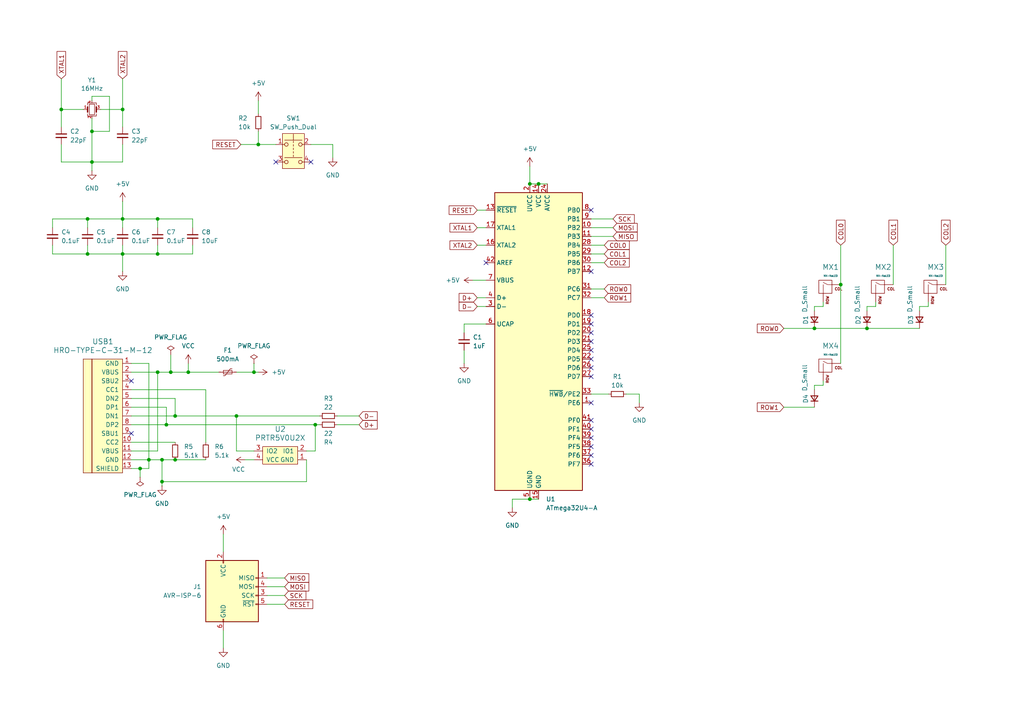
<source format=kicad_sch>
(kicad_sch (version 20250114) (generator "eeschema") (generator_version "9.0")
  (paper "A4")
  (lib_symbols
    (symbol "Connector:AVR-ISP-6" (pin_names (offset 1.016))
      (property "Reference" "J" (at -6.35 11.43 0))
      (property "Value" "AVR-ISP-6" (at 0 11.43 0))
      (symbol "AVR-ISP-6_0_1"
        (rectangle (start -2.667 10.16) (end -2.413 9.398))
        (rectangle (start -2.667 -6.858) (end -2.413 -7.62))
        (rectangle (start 7.62 10.16) (end -7.62 -7.62) (stroke (width 0.254)) (fill (type background)))
        (rectangle (start 7.62 5.207) (end 6.858 4.953))
        (rectangle (start 7.62 2.667) (end 6.858 2.413))
        (rectangle (start 7.62 0.127) (end 6.858 -0.127))
        (rectangle (start 7.62 -2.413) (end 6.858 -2.667))
      )
      (symbol "AVR-ISP-6_1_1"
        (pin passive line (at -2.54 12.7 270) (length 2.54) (name "VCC") (number "2"))
        (pin passive line (at -2.54 -10.16 90) (length 2.54) (name "GND") (number "6"))
        (pin passive line (at 10.16 5.08 180) (length 2.54) (name "MISO") (number "1"))
        (pin passive line (at 10.16 2.54 180) (length 2.54) (name "MOSI") (number "4"))
        (pin passive line (at 10.16 0 180) (length 2.54) (name "SCK") (number "3"))
        (pin passive line (at 10.16 -2.54 180) (length 2.54) (name "~{RST}") (number "5"))
      )
    )
    (symbol "Device:C_Small" (pin_numbers (hide yes)) (pin_names (offset 0.254) (hide yes))
      (property "Reference" "C" (at 0.254 1.778 0))
      (property "Value" "C_Small" (at 0.254 -2.032 0))
      (symbol "C_Small_0_1"
        (polyline (pts (xy -1.524 0.508) (xy 1.524 0.508)) (stroke (width 0.3048)))
        (polyline (pts (xy -1.524 -0.508) (xy 1.524 -0.508)) (stroke (width 0.3302)))
      )
      (symbol "C_Small_1_1"
        (pin passive line (at 0 2.54 270) (length 2.032) (name "~") (number "1"))
        (pin passive line (at 0 -2.54 90) (length 2.032) (name "~") (number "2"))
      )
    )
    (symbol "Device:Crystal_GND24_Small" (pin_names (offset 1.016) (hide yes))
      (property "Reference" "Y" (at 1.27 4.445 0))
      (property "Value" "Crystal_GND24_Small" (at 1.27 2.54 0))
      (symbol "Crystal_GND24_Small_0_1"
        (polyline (pts (xy -1.27 1.27) (xy -1.27 1.905) (xy 1.27 1.905) (xy 1.27 1.27)))
        (polyline (pts (xy -1.27 -0.762) (xy -1.27 0.762)) (stroke (width 0.381)))
        (polyline (pts (xy -1.27 -1.27) (xy -1.27 -1.905) (xy 1.27 -1.905) (xy 1.27 -1.27)))
        (rectangle (start -0.762 -1.524) (end 0.762 1.524))
        (polyline (pts (xy 1.27 -0.762) (xy 1.27 0.762)) (stroke (width 0.381)))
      )
      (symbol "Crystal_GND24_Small_1_1"
        (pin passive line (at -2.54 0 0) (length 1.27) (name "1") (number "1"))
        (pin passive line (at 0 2.54 270) (length 0.635) (name "4") (number "4"))
        (pin passive line (at 0 -2.54 90) (length 0.635) (name "2") (number "2"))
        (pin passive line (at 2.54 0 180) (length 1.27) (name "3") (number "3"))
      )
    )
    (symbol "Device:D_Small" (pin_numbers (hide yes)) (pin_names (offset 0.254) (hide yes))
      (property "Reference" "D" (at -1.27 2.032 0))
      (property "Value" "D_Small" (at -3.81 -2.032 0))
      (symbol "D_Small_0_1"
        (polyline (pts (xy -0.762 0) (xy 0.762 0)))
        (polyline (pts (xy -0.762 -1.016) (xy -0.762 1.016)) (stroke (width 0.254)))
        (polyline (pts (xy 0.762 -1.016) (xy -0.762 0) (xy 0.762 1.016) (xy 0.762 -1.016)) (stroke (width 0.254)))
      )
      (symbol "D_Small_1_1"
        (pin passive line (at -2.54 0 0) (length 1.778) (name "K") (number "1"))
        (pin passive line (at 2.54 0 180) (length 1.778) (name "A") (number "2"))
      )
    )
    (symbol "Device:Polyfuse_Small" (pin_numbers (hide yes)) (pin_names (offset 0))
      (property "Reference" "F" (at -1.905 0 90))
      (property "Value" "Polyfuse_Small" (at 1.905 0 90))
      (symbol "Polyfuse_Small_0_1"
        (polyline (pts (xy -1.016 1.27) (xy -1.016 0.762) (xy 1.016 -0.762) (xy 1.016 -1.27)))
        (rectangle (start -0.508 1.27) (end 0.508 -1.27))
        (polyline (pts (xy 0 2.54) (xy 0 -2.54)))
      )
      (symbol "Polyfuse_Small_1_1"
        (pin passive line (at 0 2.54 270) (length 0.635) (name "~") (number "1"))
        (pin passive line (at 0 -2.54 90) (length 0.635) (name "~") (number "2"))
      )
    )
    (symbol "Device:R_Small" (pin_numbers (hide yes)) (pin_names (offset 0.254) (hide yes))
      (property "Reference" "R" (at 0.762 0.508 0))
      (property "Value" "R_Small" (at 0.762 -1.016 0))
      (symbol "R_Small_0_1"
        (rectangle (start -0.762 1.778) (end 0.762 -1.778) (stroke (width 0.2032)))
      )
      (symbol "R_Small_1_1"
        (pin passive line (at 0 2.54 270) (length 0.762) (name "~") (number "1"))
        (pin passive line (at 0 -2.54 90) (length 0.762) (name "~") (number "2"))
      )
    )
    (symbol "MCU_Microchip_ATmega:ATmega32U4-A"
      (property "Reference" "U" (at -12.7 44.45 0))
      (property "Value" "ATmega32U4-A" (at 2.54 -44.45 0))
      (symbol "ATmega32U4-A_0_1"
        (rectangle (start -12.7 -43.18) (end 12.7 43.18) (stroke (width 0.254)) (fill (type background)))
      )
      (symbol "ATmega32U4-A_1_1"
        (pin input line (at -15.24 38.1 0) (length 2.54) (name "~{RESET}") (number "13"))
        (pin input line (at -15.24 33.02 0) (length 2.54) (name "XTAL1") (number "17"))
        (pin output line (at -15.24 27.94 0) (length 2.54) (name "XTAL2") (number "16"))
        (pin passive line (at -15.24 22.86 0) (length 2.54) (name "AREF") (number "42"))
        (pin input line (at -15.24 17.78 0) (length 2.54) (name "VBUS") (number "7"))
        (pin bidirectional line (at -15.24 12.7 0) (length 2.54) (name "D+") (number "4"))
        (pin bidirectional line (at -15.24 10.16 0) (length 2.54) (name "D-") (number "3"))
        (pin passive line (at -15.24 5.08 0) (length 2.54) (name "UCAP") (number "6"))
        (pin power_in line (at -2.54 45.72 270) (length 2.54) (name "UVCC") (number "2"))
        (pin passive line (at -2.54 -45.72 90) (length 2.54) (name "UGND") (number "5"))
        (pin power_in line (at 0 45.72 270) (length 2.54) (name "VCC") (number "14"))
        (pin passive line (at 0 45.72 270) (length 2.54) (hide yes) (name "VCC") (number "34"))
        (pin power_in line (at 0 -45.72 90) (length 2.54) (name "GND") (number "15"))
        (pin passive line (at 0 -45.72 90) (length 2.54) (hide yes) (name "GND") (number "23"))
        (pin passive line (at 0 -45.72 90) (length 2.54) (hide yes) (name "GND") (number "35"))
        (pin passive line (at 0 -45.72 90) (length 2.54) (hide yes) (name "GND") (number "43"))
        (pin power_in line (at 2.54 45.72 270) (length 2.54) (name "AVCC") (number "24"))
        (pin passive line (at 2.54 45.72 270) (length 2.54) (hide yes) (name "AVCC") (number "44"))
        (pin bidirectional line (at 15.24 38.1 180) (length 2.54) (name "PB0") (number "8"))
        (pin bidirectional line (at 15.24 35.56 180) (length 2.54) (name "PB1") (number "9"))
        (pin bidirectional line (at 15.24 33.02 180) (length 2.54) (name "PB2") (number "10"))
        (pin bidirectional line (at 15.24 30.48 180) (length 2.54) (name "PB3") (number "11"))
        (pin bidirectional line (at 15.24 27.94 180) (length 2.54) (name "PB4") (number "28"))
        (pin bidirectional line (at 15.24 25.4 180) (length 2.54) (name "PB5") (number "29"))
        (pin bidirectional line (at 15.24 22.86 180) (length 2.54) (name "PB6") (number "30"))
        (pin bidirectional line (at 15.24 20.32 180) (length 2.54) (name "PB7") (number "12"))
        (pin bidirectional line (at 15.24 15.24 180) (length 2.54) (name "PC6") (number "31"))
        (pin bidirectional line (at 15.24 12.7 180) (length 2.54) (name "PC7") (number "32"))
        (pin bidirectional line (at 15.24 7.62 180) (length 2.54) (name "PD0") (number "18"))
        (pin bidirectional line (at 15.24 5.08 180) (length 2.54) (name "PD1") (number "19"))
        (pin bidirectional line (at 15.24 2.54 180) (length 2.54) (name "PD2") (number "20"))
        (pin bidirectional line (at 15.24 0 180) (length 2.54) (name "PD3") (number "21"))
        (pin bidirectional line (at 15.24 -2.54 180) (length 2.54) (name "PD4") (number "25"))
        (pin bidirectional line (at 15.24 -5.08 180) (length 2.54) (name "PD5") (number "22"))
        (pin bidirectional line (at 15.24 -7.62 180) (length 2.54) (name "PD6") (number "26"))
        (pin bidirectional line (at 15.24 -10.16 180) (length 2.54) (name "PD7") (number "27"))
        (pin bidirectional line (at 15.24 -15.24 180) (length 2.54) (name "~{HWB}/PE2") (number "33"))
        (pin bidirectional line (at 15.24 -17.78 180) (length 2.54) (name "PE6") (number "1"))
        (pin bidirectional line (at 15.24 -22.86 180) (length 2.54) (name "PF0") (number "41"))
        (pin bidirectional line (at 15.24 -25.4 180) (length 2.54) (name "PF1") (number "40"))
        (pin bidirectional line (at 15.24 -27.94 180) (length 2.54) (name "PF4") (number "39"))
        (pin bidirectional line (at 15.24 -30.48 180) (length 2.54) (name "PF5") (number "38"))
        (pin bidirectional line (at 15.24 -33.02 180) (length 2.54) (name "PF6") (number "37"))
        (pin bidirectional line (at 15.24 -35.56 180) (length 2.54) (name "PF7") (number "36"))
      )
    )
    (symbol "MX_Alps_Hybrid:MX-NoLED" (pin_names (offset 1.016))
      (property "Reference" "MX" (at -0.635 3.81 0))
      (property "Value" "MX-NoLED" (at -0.635 1.27 0))
      (symbol "MX-NoLED_0_0"
        (rectangle (start -2.54 2.54) (end 1.27 -1.27))
        (polyline (pts (xy -1.27 -1.27) (xy -1.27 1.27)) (stroke (width 0.127)))
        (polyline (pts (xy 1.27 1.27) (xy 0 1.27) (xy -1.27 1.905)) (stroke (width 0.127)))
        (text "ROW" (at 0 -1.905 900) (effects (font (size 0.762 0.762)) (justify right)))
        (text "COL" (at 3.175 0 0) (effects (font (size 0.762 0.762))))
      )
      (symbol "MX-NoLED_1_1"
        (pin passive line (at -1.27 -3.81 90) (length 2.54) (name "ROW") (number "2"))
        (pin passive line (at 3.81 1.27 180) (length 2.54) (name "COL") (number "1"))
      )
    )
    (symbol "Switch:SW_Push_Dual" (pin_names (offset 1.016) (hide yes))
      (property "Reference" "SW" (at 0 7.62 0))
      (property "Value" "SW_Push_Dual" (at 0 -6.35 0))
      (symbol "SW_Push_Dual_0_1"
        (circle (center -2.032 2.54) (radius 0.508))
        (circle (center -2.032 -2.54) (radius 0.508))
        (polyline (pts (xy 0 3.81) (xy 0 5.588)))
        (polyline (pts (xy 0 3.048) (xy 0 3.556)))
        (polyline (pts (xy 0 2.032) (xy 0 2.54)))
        (polyline (pts (xy 0 1.016) (xy 0 1.524)))
        (polyline (pts (xy 0 0.508) (xy 0 0)))
        (polyline (pts (xy 0 -0.508) (xy 0 -1.016)))
        (circle (center 2.032 2.54) (radius 0.508))
        (circle (center 2.032 -2.54) (radius 0.508))
        (polyline (pts (xy 2.54 3.81) (xy -2.54 3.81)))
        (polyline (pts (xy 2.54 -1.27) (xy -2.54 -1.27)))
        (pin passive line (at -5.08 2.54 0) (length 2.54) (name "1") (number "1"))
        (pin passive line (at -5.08 -2.54 0) (length 2.54) (name "3") (number "3"))
        (pin passive line (at 5.08 2.54 180) (length 2.54) (name "2") (number "2"))
        (pin passive line (at 5.08 -2.54 180) (length 2.54) (name "4") (number "4"))
      )
      (symbol "SW_Push_Dual_1_1"
        (rectangle (start -3.175 5.715) (end 3.175 -4.445) (fill (type background)))
      )
    )
    (symbol "Type-C:HRO-TYPE-C-31-M-12" (pin_names (offset 1.016))
      (property "Reference" "USB" (at -5.08 16.51 0))
      (property "Value" "HRO-TYPE-C-31-M-12" (at -10.16 -1.27 90))
      (symbol "HRO-TYPE-C-31-M-12_0_1"
        (rectangle (start -11.43 15.24) (end -8.89 -17.78) (fill (type background)))
        (rectangle (start 0 -17.78) (end -8.89 15.24) (fill (type background)))
      )
      (symbol "HRO-TYPE-C-31-M-12_1_1"
        (pin input line (at 2.54 13.97 180) (length 2.54) (name "GND") (number "1"))
        (pin input line (at 2.54 11.43 180) (length 2.54) (name "VBUS") (number "2"))
        (pin input line (at 2.54 8.89 180) (length 2.54) (name "SBU2") (number "3"))
        (pin input line (at 2.54 6.35 180) (length 2.54) (name "CC1") (number "4"))
        (pin input line (at 2.54 3.81 180) (length 2.54) (name "DN2") (number "5"))
        (pin input line (at 2.54 1.27 180) (length 2.54) (name "DP1") (number "6"))
        (pin input line (at 2.54 -1.27 180) (length 2.54) (name "DN1") (number "7"))
        (pin input line (at 2.54 -3.81 180) (length 2.54) (name "DP2") (number "8"))
        (pin input line (at 2.54 -6.35 180) (length 2.54) (name "SBU1") (number "9"))
        (pin input line (at 2.54 -8.89 180) (length 2.54) (name "CC2") (number "10"))
        (pin input line (at 2.54 -11.43 180) (length 2.54) (name "VBUS") (number "11"))
        (pin input line (at 2.54 -13.97 180) (length 2.54) (name "GND") (number "12"))
        (pin input line (at 2.54 -16.51 180) (length 2.54) (name "SHIELD") (number "13"))
      )
    )
    (symbol "power:+5V" (power) (pin_numbers (hide yes)) (pin_names (offset 0) (hide yes))
      (property "Value" "+5V" (at 0 3.556 0))
      (symbol "+5V_0_1"
        (polyline (pts (xy -0.762 1.27) (xy 0 2.54)))
        (polyline (pts (xy 0 2.54) (xy 0.762 1.27)))
        (polyline (pts (xy 0 0) (xy 0 2.54)))
      )
      (symbol "+5V_1_1"
        (pin power_in line (at 0 0 90) (length 0) (name "~") (number "1"))
      )
    )
    (symbol "power:GND" (power) (pin_numbers (hide yes)) (pin_names (offset 0) (hide yes))
      (property "Value" "GND" (at 0 -3.81 0))
      (symbol "GND_0_1"
        (polyline (pts (xy 0 0) (xy 0 -1.27) (xy 1.27 -1.27) (xy 0 -2.54) (xy -1.27 -1.27) (xy 0 -1.27)))
      )
      (symbol "GND_1_1"
        (pin power_in line (at 0 0 270) (length 0) (name "~") (number "1"))
      )
    )
    (symbol "power:PWR_FLAG" (power) (pin_numbers (hide yes)) (pin_names (offset 0) (hide yes))
      (property "Value" "PWR_FLAG" (at 0 3.81 0))
      (symbol "PWR_FLAG_0_0"
        (pin power_out line (at 0 0 90) (length 0) (name "~") (number "1"))
      )
      (symbol "PWR_FLAG_0_1"
        (polyline (pts (xy 0 0) (xy 0 1.27) (xy -1.016 1.905) (xy 0 2.54) (xy 1.016 1.905) (xy 0 1.27)))
      )
    )
    (symbol "power:VCC" (power) (pin_numbers (hide yes)) (pin_names (offset 0) (hide yes))
      (property "Value" "VCC" (at 0 3.556 0))
      (symbol "VCC_0_1"
        (polyline (pts (xy -0.762 1.27) (xy 0 2.54)))
        (polyline (pts (xy 0 2.54) (xy 0.762 1.27)))
        (polyline (pts (xy 0 0) (xy 0 2.54)))
      )
      (symbol "VCC_1_1"
        (pin power_in line (at 0 0 90) (length 0) (name "~") (number "1"))
      )
    )
    (symbol "random-keyboard-parts:PRTR5V0U2X" (pin_names (offset 1.016))
      (property "Reference" "U" (at 0 3.81 0))
      (property "Value" "PRTR5V0U2X" (at 0 -3.81 0))
      (symbol "PRTR5V0U2X_0_1"
        (rectangle (start -5.08 2.54) (end 5.08 -2.54) (fill (type background)))
      )
      (symbol "PRTR5V0U2X_1_1"
        (pin input line (at -7.62 1.27 0) (length 2.54) (name "GND") (number "1"))
        (pin input line (at -7.62 -1.27 0) (length 2.54) (name "IO1") (number "2"))
        (pin input line (at 7.62 1.27 180) (length 2.54) (name "VCC") (number "4"))
        (pin input line (at 7.62 -1.27 180) (length 2.54) (name "IO2") (number "3"))
      )
    )
  )
  (junction (at 46.99 139.7))
  (junction (at 251.46 95.25))
  (junction (at 156.21 53.34))
  (junction (at 35.56 31.75))
  (junction (at 46.99 133.35))
  (junction (at 68.58 120.65))
  (junction (at 35.56 73.66))
  (junction (at 45.72 107.95))
  (junction (at 74.93 41.91))
  (junction (at 17.78 31.75))
  (junction (at 43.18 133.35))
  (junction (at 45.72 73.66))
  (junction (at 91.44 123.19))
  (junction (at 26.67 38.1))
  (junction (at 25.4 63.5))
  (junction (at 153.67 144.78))
  (junction (at 40.64 135.89))
  (junction (at 45.72 63.5))
  (junction (at 35.56 63.5))
  (junction (at 50.8 120.65))
  (junction (at 236.22 95.25))
  (junction (at 73.66 107.95))
  (junction (at 50.8 133.35))
  (junction (at 153.67 53.34))
  (junction (at 48.26 123.19))
  (junction (at 243.84 82.55))
  (junction (at 26.67 46.99))
  (junction (at 25.4 73.66))
  (junction (at 54.61 107.95))
  (junction (at 49.53 107.95))
  (no_connect (at 171.45 91.44))
  (no_connect (at 38.1 125.73))
  (no_connect (at 171.45 116.84))
  (no_connect (at 171.45 129.54))
  (no_connect (at 171.45 78.74))
  (no_connect (at 171.45 60.96))
  (no_connect (at 90.17 46.99))
  (no_connect (at 171.45 127))
  (no_connect (at 171.45 101.6))
  (no_connect (at 171.45 96.52))
  (no_connect (at 80.01 46.99))
  (no_connect (at 171.45 121.92))
  (no_connect (at 171.45 106.68))
  (no_connect (at 171.45 134.62))
  (no_connect (at 140.97 76.2))
  (no_connect (at 171.45 99.06))
  (no_connect (at 171.45 93.98))
  (no_connect (at 171.45 124.46))
  (no_connect (at 171.45 132.08))
  (no_connect (at 171.45 104.14))
  (no_connect (at 171.45 109.22))
  (no_connect (at 38.1 110.49))
  (wire (pts (xy 91.44 130.81) (xy 91.44 123.19)))
  (wire (pts (xy 45.72 63.5) (xy 35.56 63.5)))
  (wire (pts (xy 38.1 118.11) (xy 48.26 118.11)))
  (wire (pts (xy 45.72 66.04) (xy 45.72 63.5)))
  (wire (pts (xy 153.67 144.78) (xy 156.21 144.78)))
  (wire (pts (xy 97.79 120.65) (xy 104.14 120.65)))
  (wire (pts (xy 77.47 170.18) (xy 82.55 170.18)))
  (wire (pts (xy 55.88 71.12) (xy 55.88 73.66)))
  (wire (pts (xy 77.47 167.64) (xy 82.55 167.64)))
  (wire (pts (xy 96.52 41.91) (xy 96.52 45.72)))
  (wire (pts (xy 38.1 107.95) (xy 45.72 107.95)))
  (wire (pts (xy 227.33 95.25) (xy 236.22 95.25)))
  (wire (pts (xy 185.42 114.3) (xy 185.42 116.84)))
  (wire (pts (xy 31.75 38.1) (xy 26.67 38.1)))
  (wire (pts (xy 26.67 38.1) (xy 26.67 46.99)))
  (wire (pts (xy 68.58 120.65) (xy 92.71 120.65)))
  (wire (pts (xy 35.56 73.66) (xy 35.56 78.74)))
  (wire (pts (xy 45.72 71.12) (xy 45.72 73.66)))
  (wire (pts (xy 236.22 95.25) (xy 251.46 95.25)))
  (wire (pts (xy 137.16 81.28) (xy 140.97 81.28)))
  (wire (pts (xy 71.12 133.35) (xy 73.66 133.35)))
  (wire (pts (xy 45.72 107.95) (xy 49.53 107.95)))
  (wire (pts (xy 45.72 107.95) (xy 45.72 130.81)))
  (wire (pts (xy 171.45 86.36) (xy 175.26 86.36)))
  (wire (pts (xy 88.9 133.35) (xy 88.9 139.7)))
  (wire (pts (xy 55.88 73.66) (xy 45.72 73.66)))
  (wire (pts (xy 243.84 82.55) (xy 243.84 105.41)))
  (wire (pts (xy 15.24 71.12) (xy 15.24 73.66)))
  (wire (pts (xy 64.77 182.88) (xy 64.77 187.96)))
  (wire (pts (xy 138.43 66.04) (xy 140.97 66.04)))
  (wire (pts (xy 38.1 120.65) (xy 50.8 120.65)))
  (wire (pts (xy 97.79 123.19) (xy 104.14 123.19)))
  (wire (pts (xy 45.72 73.66) (xy 35.56 73.66)))
  (wire (pts (xy 49.53 107.95) (xy 54.61 107.95)))
  (wire (pts (xy 259.08 71.12) (xy 259.08 82.55)))
  (wire (pts (xy 43.18 133.35) (xy 46.99 133.35)))
  (wire (pts (xy 91.44 123.19) (xy 92.71 123.19)))
  (wire (pts (xy 238.76 88.9) (xy 236.22 88.9)))
  (wire (pts (xy 38.1 105.41) (xy 43.18 105.41)))
  (wire (pts (xy 46.99 133.35) (xy 46.99 139.7)))
  (wire (pts (xy 26.67 27.94) (xy 31.75 27.94)))
  (wire (pts (xy 38.1 123.19) (xy 48.26 123.19)))
  (wire (pts (xy 17.78 46.99) (xy 26.67 46.99)))
  (wire (pts (xy 238.76 110.49) (xy 238.76 111.76)))
  (wire (pts (xy 55.88 66.04) (xy 55.88 63.5)))
  (wire (pts (xy 88.9 139.7) (xy 46.99 139.7)))
  (wire (pts (xy 17.78 22.86) (xy 17.78 31.75)))
  (wire (pts (xy 238.76 87.63) (xy 238.76 88.9)))
  (wire (pts (xy 25.4 73.66) (xy 35.56 73.66)))
  (wire (pts (xy 254 88.9) (xy 251.46 88.9)))
  (wire (pts (xy 251.46 88.9) (xy 251.46 90.17)))
  (wire (pts (xy 181.61 114.3) (xy 185.42 114.3)))
  (wire (pts (xy 15.24 73.66) (xy 25.4 73.66)))
  (wire (pts (xy 266.7 88.9) (xy 266.7 90.17)))
  (wire (pts (xy 50.8 120.65) (xy 68.58 120.65)))
  (wire (pts (xy 45.72 130.81) (xy 38.1 130.81)))
  (wire (pts (xy 69.85 41.91) (xy 74.93 41.91)))
  (wire (pts (xy 50.8 133.35) (xy 59.69 133.35)))
  (wire (pts (xy 138.43 88.9) (xy 140.97 88.9)))
  (wire (pts (xy 77.47 172.72) (xy 82.55 172.72)))
  (wire (pts (xy 43.18 105.41) (xy 43.18 133.35)))
  (wire (pts (xy 17.78 41.91) (xy 17.78 46.99)))
  (wire (pts (xy 171.45 66.04) (xy 177.8 66.04)))
  (wire (pts (xy 49.53 102.87) (xy 49.53 107.95)))
  (wire (pts (xy 46.99 139.7) (xy 46.99 140.97)))
  (wire (pts (xy 171.45 76.2) (xy 175.26 76.2)))
  (wire (pts (xy 171.45 63.5) (xy 177.8 63.5)))
  (wire (pts (xy 48.26 118.11) (xy 48.26 123.19)))
  (wire (pts (xy 48.26 123.19) (xy 91.44 123.19)))
  (wire (pts (xy 274.32 71.12) (xy 274.32 82.55)))
  (wire (pts (xy 35.56 63.5) (xy 25.4 63.5)))
  (wire (pts (xy 31.75 27.94) (xy 31.75 38.1)))
  (wire (pts (xy 54.61 107.95) (xy 63.5 107.95)))
  (wire (pts (xy 25.4 63.5) (xy 25.4 66.04)))
  (wire (pts (xy 24.13 31.75) (xy 17.78 31.75)))
  (wire (pts (xy 269.24 88.9) (xy 266.7 88.9)))
  (wire (pts (xy 73.66 107.95) (xy 74.93 107.95)))
  (wire (pts (xy 171.45 68.58) (xy 177.8 68.58)))
  (wire (pts (xy 236.22 111.76) (xy 236.22 113.03)))
  (wire (pts (xy 74.93 29.21) (xy 74.93 33.02)))
  (wire (pts (xy 251.46 95.25) (xy 266.7 95.25)))
  (wire (pts (xy 26.67 34.29) (xy 26.67 38.1)))
  (wire (pts (xy 153.67 48.26) (xy 153.67 53.34)))
  (wire (pts (xy 134.62 101.6) (xy 134.62 105.41)))
  (wire (pts (xy 25.4 63.5) (xy 15.24 63.5)))
  (wire (pts (xy 243.84 71.12) (xy 243.84 82.55)))
  (wire (pts (xy 43.18 135.89) (xy 40.64 135.89)))
  (wire (pts (xy 59.69 113.03) (xy 59.69 128.27)))
  (wire (pts (xy 35.56 73.66) (xy 35.56 71.12)))
  (wire (pts (xy 46.99 133.35) (xy 50.8 133.35)))
  (wire (pts (xy 138.43 60.96) (xy 140.97 60.96)))
  (wire (pts (xy 148.59 144.78) (xy 148.59 147.32)))
  (wire (pts (xy 38.1 128.27) (xy 50.8 128.27)))
  (wire (pts (xy 50.8 115.57) (xy 50.8 120.65)))
  (wire (pts (xy 153.67 144.78) (xy 148.59 144.78)))
  (wire (pts (xy 77.47 175.26) (xy 82.55 175.26)))
  (wire (pts (xy 68.58 130.81) (xy 68.58 120.65)))
  (wire (pts (xy 17.78 31.75) (xy 17.78 36.83)))
  (wire (pts (xy 26.67 46.99) (xy 26.67 49.53)))
  (wire (pts (xy 138.43 71.12) (xy 140.97 71.12)))
  (wire (pts (xy 269.24 87.63) (xy 269.24 88.9)))
  (wire (pts (xy 38.1 113.03) (xy 59.69 113.03)))
  (wire (pts (xy 38.1 133.35) (xy 43.18 133.35)))
  (wire (pts (xy 68.58 107.95) (xy 73.66 107.95)))
  (wire (pts (xy 43.18 133.35) (xy 43.18 135.89)))
  (wire (pts (xy 88.9 130.81) (xy 91.44 130.81)))
  (wire (pts (xy 35.56 58.42) (xy 35.56 63.5)))
  (wire (pts (xy 236.22 88.9) (xy 236.22 90.17)))
  (wire (pts (xy 35.56 22.86) (xy 35.56 31.75)))
  (wire (pts (xy 40.64 135.89) (xy 38.1 135.89)))
  (wire (pts (xy 29.21 31.75) (xy 35.56 31.75)))
  (wire (pts (xy 80.01 41.91) (xy 74.93 41.91)))
  (wire (pts (xy 138.43 86.36) (xy 140.97 86.36)))
  (wire (pts (xy 238.76 111.76) (xy 236.22 111.76)))
  (wire (pts (xy 73.66 105.41) (xy 73.66 107.95)))
  (wire (pts (xy 74.93 41.91) (xy 74.93 38.1)))
  (wire (pts (xy 140.97 93.98) (xy 134.62 93.98)))
  (wire (pts (xy 38.1 115.57) (xy 50.8 115.57)))
  (wire (pts (xy 26.67 29.21) (xy 26.67 27.94)))
  (wire (pts (xy 26.67 46.99) (xy 35.56 46.99)))
  (wire (pts (xy 153.67 53.34) (xy 156.21 53.34)))
  (wire (pts (xy 171.45 83.82) (xy 175.26 83.82)))
  (wire (pts (xy 227.33 118.11) (xy 236.22 118.11)))
  (wire (pts (xy 171.45 71.12) (xy 175.26 71.12)))
  (wire (pts (xy 40.64 135.89) (xy 40.64 138.43)))
  (wire (pts (xy 171.45 114.3) (xy 176.53 114.3)))
  (wire (pts (xy 73.66 130.81) (xy 68.58 130.81)))
  (wire (pts (xy 35.56 66.04) (xy 35.56 63.5)))
  (wire (pts (xy 156.21 53.34) (xy 158.75 53.34)))
  (wire (pts (xy 54.61 105.41) (xy 54.61 107.95)))
  (wire (pts (xy 55.88 63.5) (xy 45.72 63.5)))
  (wire (pts (xy 35.56 41.91) (xy 35.56 46.99)))
  (wire (pts (xy 90.17 41.91) (xy 96.52 41.91)))
  (wire (pts (xy 254 87.63) (xy 254 88.9)))
  (wire (pts (xy 25.4 71.12) (xy 25.4 73.66)))
  (wire (pts (xy 171.45 73.66) (xy 175.26 73.66)))
  (wire (pts (xy 134.62 93.98) (xy 134.62 96.52)))
  (wire (pts (xy 64.77 154.94) (xy 64.77 160.02)))
  (wire (pts (xy 35.56 31.75) (xy 35.56 36.83)))
  (wire (pts (xy 15.24 63.5) (xy 15.24 66.04)))
  (global_label "ROW0" (shape input) (at 227.33 95.25 180) (property "Intersheetrefs" "${INTERSHEET_REFS}" (effects (hide yes))))
  (global_label "COL1" (shape input) (at 259.08 71.12 90) (property "Intersheetrefs" "${INTERSHEET_REFS}" (effects (hide yes))))
  (global_label "XTAL1" (shape input) (at 17.78 22.86 90) (property "Intersheetrefs" "${INTERSHEET_REFS}" (effects (hide yes))))
  (global_label "D-" (shape input) (at 104.14 120.65 0) (property "Intersheetrefs" "${INTERSHEET_REFS}" (effects (hide yes))))
  (global_label "COL0" (shape input) (at 243.84 71.12 90) (property "Intersheetrefs" "${INTERSHEET_REFS}" (effects (hide yes))))
  (global_label "RESET" (shape input) (at 138.43 60.96 180) (property "Intersheetrefs" "${INTERSHEET_REFS}" (effects (hide yes))))
  (global_label "ROW1" (shape input) (at 175.26 86.36 0) (property "Intersheetrefs" "${INTERSHEET_REFS}" (effects (hide yes))))
  (global_label "MISO" (shape input) (at 82.55 167.64 0) (property "Intersheetrefs" "${INTERSHEET_REFS}" (effects (hide yes))))
  (global_label "COL0" (shape input) (at 175.26 71.12 0) (property "Intersheetrefs" "${INTERSHEET_REFS}" (effects (hide yes))))
  (global_label "MOSI" (shape input) (at 177.8 66.04 0) (property "Intersheetrefs" "${INTERSHEET_REFS}" (effects (hide yes))))
  (global_label "COL1" (shape input) (at 175.26 73.66 0) (property "Intersheetrefs" "${INTERSHEET_REFS}" (effects (hide yes))))
  (global_label "MISO" (shape input) (at 177.8 68.58 0) (property "Intersheetrefs" "${INTERSHEET_REFS}" (effects (hide yes))))
  (global_label "XTAL2" (shape input) (at 138.43 71.12 180) (property "Intersheetrefs" "${INTERSHEET_REFS}" (effects (hide yes))))
  (global_label "COL2" (shape input) (at 175.26 76.2 0) (property "Intersheetrefs" "${INTERSHEET_REFS}" (effects (hide yes))))
  (global_label "MOSI" (shape input) (at 82.55 170.18 0) (property "Intersheetrefs" "${INTERSHEET_REFS}" (effects (hide yes))))
  (global_label "D-" (shape input) (at 138.43 88.9 180) (property "Intersheetrefs" "${INTERSHEET_REFS}" (effects (hide yes))))
  (global_label "SCK" (shape input) (at 177.8 63.5 0) (property "Intersheetrefs" "${INTERSHEET_REFS}" (effects (hide yes))))
  (global_label "D+" (shape input) (at 104.14 123.19 0) (property "Intersheetrefs" "${INTERSHEET_REFS}" (effects (hide yes))))
  (global_label "RESET" (shape input) (at 69.85 41.91 180) (property "Intersheetrefs" "${INTERSHEET_REFS}" (effects (hide yes))))
  (global_label "ROW0" (shape input) (at 175.26 83.82 0) (property "Intersheetrefs" "${INTERSHEET_REFS}" (effects (hide yes))))
  (global_label "D+" (shape input) (at 138.43 86.36 180) (property "Intersheetrefs" "${INTERSHEET_REFS}" (effects (hide yes))))
  (global_label "XTAL1" (shape input) (at 138.43 66.04 180) (property "Intersheetrefs" "${INTERSHEET_REFS}" (effects (hide yes))))
  (global_label "RESET" (shape input) (at 82.55 175.26 0) (property "Intersheetrefs" "${INTERSHEET_REFS}" (effects (hide yes))))
  (global_label "SCK" (shape input) (at 82.55 172.72 0) (property "Intersheetrefs" "${INTERSHEET_REFS}" (effects (hide yes))))
  (global_label "XTAL2" (shape input) (at 35.56 22.86 90) (property "Intersheetrefs" "${INTERSHEET_REFS}" (effects (hide yes))))
  (global_label "ROW1" (shape input) (at 227.33 118.11 180) (property "Intersheetrefs" "${INTERSHEET_REFS}" (effects (hide yes))))
  (global_label "COL2" (shape input) (at 274.32 71.12 90) (property "Intersheetrefs" "${INTERSHEET_REFS}" (effects (hide yes))))
  (symbol (lib_id "power:+5V") (at 64.77 154.94 0) (unit 1)
    (property "Reference" "#PWR08" (effects (hide yes)))
    (property "Value" "+5V" (at 64.77 149.86 0))
    (property "Description" "Power symbol creates a global label with name \"+5V\"" (effects (hide yes)))
  )
  (symbol (lib_id "Device:C_Small") (at 25.4 68.58 0) (unit 1)
    (property "Reference" "C5" (at 27.94 67.3162 0) (effects (justify left)))
    (property "Value" "0.1uF" (at 27.94 69.8562 0) (effects (justify left)))
    (property "Description" "Unpolarized capacitor, small symbol" (effects (hide yes)))
  )
  (symbol (lib_id "MX_Alps_Hybrid:MX-NoLED") (at 240.03 106.68 0) (unit 1)
    (property "Reference" "MX4" (at 240.9252 100.33 0) (effects (font (size 1.524 1.524))))
    (property "Value" "MX-NoLED" (at 240.9252 102.87 0) (effects (font (size 0.508 0.508))))
    (property "Footprint" "Package_TO_SOT_SMD:SOT-23W_Handsoldering" (effects (hide yes)))
  )
  (symbol (lib_id "Device:R_Small") (at 95.25 120.65 90) (unit 1)
    (property "Reference" "R3" (at 95.25 115.57 90))
    (property "Value" "22" (at 95.25 118.11 90))
    (property "Description" "Resistor, small symbol" (effects (hide yes)))
  )
  (symbol (lib_id "Device:Crystal_GND24_Small") (at 26.67 31.75 0) (unit 1)
    (property "Reference" "Y1" (at 26.67 23.2342 0))
    (property "Value" "16MHz" (at 26.67 25.654 0))
    (property "Description" "Four pin crystal, GND on pins 2 and 4, small symbol" (effects (hide yes)))
  )
  (symbol (lib_id "power:+5V") (at 35.56 58.42 0) (unit 1)
    (property "Reference" "#PWR07" (effects (hide yes)))
    (property "Value" "+5V" (at 35.56 53.34 0))
    (property "Description" "Power symbol creates a global label with name \"+5V\"" (effects (hide yes)))
  )
  (symbol (lib_id "Device:R_Small") (at 95.25 123.19 90) (mirror x) (unit 1)
    (property "Reference" "R4" (at 95.25 128.27 90))
    (property "Value" "22" (at 95.25 125.73 90))
    (property "Description" "Resistor, small symbol" (effects (hide yes)))
  )
  (symbol (lib_id "MX_Alps_Hybrid:MX-NoLED") (at 240.03 83.82 0) (unit 1)
    (property "Reference" "MX1" (at 240.9252 77.47 0) (effects (font (size 1.524 1.524))))
    (property "Value" "MX-NoLED" (at 240.9252 80.01 0) (effects (font (size 0.508 0.508))))
    (property "Footprint" "Package_TO_SOT_SMD:SOT-23W_Handsoldering" (effects (hide yes)))
  )
  (symbol (lib_id "Device:C_Small") (at 55.88 68.58 0) (unit 1)
    (property "Reference" "C8" (at 58.42 67.3162 0) (effects (justify left)))
    (property "Value" "10uF" (at 58.42 69.8562 0) (effects (justify left)))
    (property "Description" "Unpolarized capacitor, small symbol" (effects (hide yes)))
  )
  (symbol (lib_id "power:+5V") (at 153.67 48.26 0) (unit 1)
    (property "Reference" "#PWR01" (effects (hide yes)))
    (property "Value" "+5V" (at 153.67 43.18 0))
    (property "Description" "Power symbol creates a global label with name \"+5V\"" (effects (hide yes)))
  )
  (symbol (lib_id "Device:D_Small") (at 236.22 115.57 270) (mirror x) (unit 1)
    (property "Reference" "D4" (at 233.68 114.2999 0) (effects (justify right)))
    (property "Value" "D_Small" (at 233.426 105.664 0) (effects (justify right)))
    (property "Description" "Diode, small symbol" (effects (hide yes)))
    (property "Sim.Device" "D" (effects (hide yes)))
    (property "Sim.Pins" "1=K 2=A" (effects (hide yes)))
  )
  (symbol (lib_id "Device:R_Small") (at 74.93 35.56 0) (unit 1)
    (property "Reference" "R2" (at 69.088 34.29 0) (effects (justify left)))
    (property "Value" "10k" (at 69.088 36.83 0) (effects (justify left)))
    (property "Description" "Resistor, small symbol" (effects (hide yes)))
  )
  (symbol (lib_id "power:GND") (at 35.56 78.74 0) (unit 1)
    (property "Reference" "#PWR06" (effects (hide yes)))
    (property "Value" "GND" (at 35.56 83.82 0))
    (property "Description" "Power symbol creates a global label with name \"GND\" , ground" (effects (hide yes)))
  )
  (symbol (lib_id "Device:R_Small") (at 50.8 130.81 0) (unit 1)
    (property "Reference" "R5" (at 53.34 129.5399 0) (effects (justify left)))
    (property "Value" "5.1k" (at 53.34 132.0799 0) (effects (justify left)))
    (property "Description" "Resistor, small symbol" (effects (hide yes)))
  )
  (symbol (lib_id "power:VCC") (at 71.12 133.35 90) (unit 1)
    (property "Reference" "#PWR015" (effects (hide yes)))
    (property "Value" "VCC" (at 71.12 136.144 90) (effects (justify left)))
    (property "Description" "Power symbol creates a global label with name \"VCC\"" (effects (hide yes)))
  )
  (symbol (lib_id "power:GND") (at 64.77 187.96 0) (unit 1)
    (property "Reference" "#PWR09" (effects (hide yes)))
    (property "Value" "GND" (at 64.77 193.04 0))
    (property "Description" "Power symbol creates a global label with name \"GND\" , ground" (effects (hide yes)))
  )
  (symbol (lib_id "Device:D_Small") (at 236.22 92.71 270) (mirror x) (unit 1)
    (property "Reference" "D1" (at 233.68 91.4399 0) (effects (justify right)))
    (property "Value" "D_Small" (at 233.426 82.804 0) (effects (justify right)))
    (property "Description" "Diode, small symbol" (effects (hide yes)))
    (property "Sim.Device" "D" (effects (hide yes)))
    (property "Sim.Pins" "1=K 2=A" (effects (hide yes)))
  )
  (symbol (lib_id "Device:D_Small") (at 251.46 92.71 270) (mirror x) (unit 1)
    (property "Reference" "D2" (at 248.92 91.4399 0) (effects (justify right)))
    (property "Value" "D_Small" (at 248.666 82.804 0) (effects (justify right)))
    (property "Description" "Diode, small symbol" (effects (hide yes)))
    (property "Sim.Device" "D" (effects (hide yes)))
    (property "Sim.Pins" "1=K 2=A" (effects (hide yes)))
  )
  (symbol (lib_id "Switch:SW_Push_Dual") (at 85.09 44.45 0) (unit 1)
    (property "Reference" "SW1" (at 85.09 34.29 0))
    (property "Value" "SW_Push_Dual" (at 85.09 36.83 0))
    (property "Description" "Push button switch, generic, symbol, four pins" (effects (hide yes)))
  )
  (symbol (lib_id "power:+5V") (at 137.16 81.28 90) (unit 1)
    (property "Reference" "#PWR016" (effects (hide yes)))
    (property "Value" "+5V" (at 133.35 81.2799 90) (effects (justify left)))
    (property "Description" "Power symbol creates a global label with name \"+5V\"" (effects (hide yes)))
  )
  (symbol (lib_id "power:GND") (at 148.59 147.32 0) (unit 1)
    (property "Reference" "#PWR02" (effects (hide yes)))
    (property "Value" "GND" (at 148.59 152.4 0))
    (property "Description" "Power symbol creates a global label with name \"GND\" , ground" (effects (hide yes)))
  )
  (symbol (lib_id "Device:C_Small") (at 134.62 99.06 0) (unit 1)
    (property "Reference" "C1" (at 137.16 97.7962 0) (effects (justify left)))
    (property "Value" "1uF" (at 137.16 100.3362 0) (effects (justify left)))
    (property "Description" "Unpolarized capacitor, small symbol" (effects (hide yes)))
  )
  (symbol (lib_id "Device:C_Small") (at 35.56 68.58 0) (unit 1)
    (property "Reference" "C6" (at 38.1 67.3162 0) (effects (justify left)))
    (property "Value" "0.1uF" (at 38.1 69.8562 0) (effects (justify left)))
    (property "Description" "Unpolarized capacitor, small symbol" (effects (hide yes)))
  )
  (symbol (lib_id "Device:C_Small") (at 35.56 39.37 0) (unit 1)
    (property "Reference" "C3" (at 38.1 38.1062 0) (effects (justify left)))
    (property "Value" "22pF" (at 38.1 40.6462 0) (effects (justify left)))
    (property "Description" "Unpolarized capacitor, small symbol" (effects (hide yes)))
  )
  (symbol (lib_id "MX_Alps_Hybrid:MX-NoLED") (at 270.51 83.82 0) (unit 1)
    (property "Reference" "MX3" (at 271.4052 77.47 0) (effects (font (size 1.524 1.524))))
    (property "Value" "MX-NoLED" (at 271.4052 80.01 0) (effects (font (size 0.508 0.508))))
    (property "Footprint" "Package_TO_SOT_SMD:SOT-23W_Handsoldering" (effects (hide yes)))
  )
  (symbol (lib_id "power:PWR_FLAG") (at 49.53 102.87 0) (unit 1)
    (property "Reference" "#FLG02" (effects (hide yes)))
    (property "Value" "PWR_FLAG" (at 49.53 97.79 0))
    (property "Description" "Special symbol for telling ERC where power comes from" (effects (hide yes)))
  )
  (symbol (lib_id "Device:C_Small") (at 45.72 68.58 0) (unit 1)
    (property "Reference" "C7" (at 48.26 67.3162 0) (effects (justify left)))
    (property "Value" "0.1uF" (at 48.26 69.8562 0) (effects (justify left)))
    (property "Description" "Unpolarized capacitor, small symbol" (effects (hide yes)))
  )
  (symbol (lib_id "power:GND") (at 96.52 45.72 0) (unit 1)
    (property "Reference" "#PWR011" (effects (hide yes)))
    (property "Value" "GND" (at 96.52 50.8 0))
    (property "Description" "Power symbol creates a global label with name \"GND\" , ground" (effects (hide yes)))
  )
  (symbol (lib_id "Type-C:HRO-TYPE-C-31-M-12") (at 35.56 119.38 0) (unit 1)
    (property "Reference" "USB1" (at 29.845 99.06 0) (effects (font (size 1.524 1.524))))
    (property "Value" "HRO-TYPE-C-31-M-12" (at 29.845 101.6 0) (effects (font (size 1.524 1.524))))
  )
  (symbol (lib_id "power:GND") (at 26.67 49.53 0) (unit 1)
    (property "Reference" "#PWR05" (effects (hide yes)))
    (property "Value" "GND" (at 26.67 54.61 0))
    (property "Description" "Power symbol creates a global label with name \"GND\" , ground" (effects (hide yes)))
  )
  (symbol (lib_id "power:+5V") (at 74.93 29.21 0) (unit 1)
    (property "Reference" "#PWR010" (effects (hide yes)))
    (property "Value" "+5V" (at 74.93 24.13 0))
    (property "Description" "Power symbol creates a global label with name \"+5V\"" (effects (hide yes)))
  )
  (symbol (lib_id "power:VCC") (at 54.61 105.41 0) (unit 1)
    (property "Reference" "#PWR014" (effects (hide yes)))
    (property "Value" "VCC" (at 54.61 100.33 0))
    (property "Description" "Power symbol creates a global label with name \"VCC\"" (effects (hide yes)))
  )
  (symbol (lib_id "random-keyboard-parts:PRTR5V0U2X") (at 81.28 132.08 180) (unit 1)
    (property "Reference" "U2" (at 81.28 124.46 0) (effects (font (size 1.524 1.524))))
    (property "Value" "PRTR5V0U2X" (at 81.28 127 0) (effects (font (size 1.524 1.524))))
  )
  (symbol (lib_id "power:+5V") (at 74.93 107.95 270) (unit 1)
    (property "Reference" "#PWR012" (effects (hide yes)))
    (property "Value" "+5V" (at 78.74 107.9499 90) (effects (justify left)))
    (property "Description" "Power symbol creates a global label with name \"+5V\"" (effects (hide yes)))
  )
  (symbol (lib_id "power:PWR_FLAG") (at 40.64 138.43 180) (unit 1)
    (property "Reference" "#FLG03" (effects (hide yes)))
    (property "Value" "PWR_FLAG" (at 40.64 143.51 0))
    (property "Description" "Special symbol for telling ERC where power comes from" (effects (hide yes)))
  )
  (symbol (lib_id "MX_Alps_Hybrid:MX-NoLED") (at 255.27 83.82 0) (unit 1)
    (property "Reference" "MX2" (at 256.1652 77.47 0) (effects (font (size 1.524 1.524))))
    (property "Value" "MX-NoLED" (at 256.1652 80.01 0) (effects (font (size 0.508 0.508))))
    (property "Footprint" "Package_TO_SOT_SMD:SOT-23W_Handsoldering" (effects (hide yes)))
  )
  (symbol (lib_id "Device:Polyfuse_Small") (at 66.04 107.95 90) (unit 1)
    (property "Reference" "F1" (at 66.04 101.6 90))
    (property "Value" "500mA" (at 66.04 104.14 90))
    (property "Description" "Resettable fuse, polymeric positive temperature coefficient, small symbol" (effects (hide yes)))
  )
  (symbol (lib_id "MCU_Microchip_ATmega:ATmega32U4-A") (at 156.21 99.06 0) (unit 1)
    (property "Reference" "U1" (at 158.3533 144.78 0) (effects (justify left)))
    (property "Value" "ATmega32U4-A" (at 158.3533 147.32 0) (effects (justify left)))
    (property "Footprint" "Package_QFP:TQFP-44_10x10mm_P0.8mm" (effects (hide yes)))
    (property "Datasheet" "http://ww1.microchip.com/downloads/en/DeviceDoc/Atmel-7766-8-bit-AVR-ATmega16U4-32U4_Datasheet.pdf" (effects (hide yes)))
    (property "Description" "16MHz, 32kB Flash, 2.5kB SRAM, 1kB EEPROM, USB 2.0, TQFP-44" (effects (hide yes)))
  )
  (symbol (lib_id "power:PWR_FLAG") (at 73.66 105.41 0) (unit 1)
    (property "Reference" "#FLG01" (effects (hide yes)))
    (property "Value" "PWR_FLAG" (at 73.66 100.33 0))
    (property "Description" "Special symbol for telling ERC where power comes from" (effects (hide yes)))
  )
  (symbol (lib_id "power:GND") (at 185.42 116.84 0) (unit 1)
    (property "Reference" "#PWR03" (effects (hide yes)))
    (property "Value" "GND" (at 185.42 121.92 0))
    (property "Description" "Power symbol creates a global label with name \"GND\" , ground" (effects (hide yes)))
  )
  (symbol (lib_id "Device:R_Small") (at 59.69 130.81 0) (unit 1)
    (property "Reference" "R6" (at 62.23 129.5399 0) (effects (justify left)))
    (property "Value" "5.1k" (at 62.23 132.0799 0) (effects (justify left)))
    (property "Description" "Resistor, small symbol" (effects (hide yes)))
  )
  (symbol (lib_id "power:GND") (at 134.62 105.41 0) (unit 1)
    (property "Reference" "#PWR04" (effects (hide yes)))
    (property "Value" "GND" (at 134.62 110.49 0))
    (property "Description" "Power symbol creates a global label with name \"GND\" , ground" (effects (hide yes)))
  )
  (symbol (lib_id "Device:C_Small") (at 17.78 39.37 0) (unit 1)
    (property "Reference" "C2" (at 20.32 38.1062 0) (effects (justify left)))
    (property "Value" "22pF" (at 20.32 40.6462 0) (effects (justify left)))
    (property "Description" "Unpolarized capacitor, small symbol" (effects (hide yes)))
  )
  (symbol (lib_id "Device:R_Small") (at 179.07 114.3 90) (unit 1)
    (property "Reference" "R1" (at 179.07 109.22 90))
    (property "Value" "10k" (at 179.07 111.76 90))
    (property "Description" "Resistor, small symbol" (effects (hide yes)))
  )
  (symbol (lib_id "power:GND") (at 46.99 140.97 0) (unit 1)
    (property "Reference" "#PWR013" (effects (hide yes)))
    (property "Value" "GND" (at 46.99 146.05 0))
    (property "Description" "Power symbol creates a global label with name \"GND\" , ground" (effects (hide yes)))
  )
  (symbol (lib_id "Device:D_Small") (at 266.7 92.71 270) (mirror x) (unit 1)
    (property "Reference" "D3" (at 264.16 91.4399 0) (effects (justify right)))
    (property "Value" "D_Small" (at 263.906 82.804 0) (effects (justify right)))
    (property "Description" "Diode, small symbol" (effects (hide yes)))
    (property "Sim.Device" "D" (effects (hide yes)))
    (property "Sim.Pins" "1=K 2=A" (effects (hide yes)))
  )
  (symbol (lib_id "Connector:AVR-ISP-6") (at 67.31 172.72 0) (unit 1)
    (property "Reference" "J1" (at 58.42 170.1799 0) (effects (justify right)))
    (property "Value" "AVR-ISP-6" (at 58.42 172.7199 0) (effects (justify right)))
    (property "Description" "Atmel 6-pin ISP connector" (effects (hide yes)))
  )
  (symbol (lib_id "Device:C_Small") (at 15.24 68.58 0) (unit 1)
    (property "Reference" "C4" (at 17.78 67.3162 0) (effects (justify left)))
    (property "Value" "0.1uF" (at 17.78 69.8562 0) (effects (justify left)))
    (property "Description" "Unpolarized capacitor, small symbol" (effects (hide yes)))
  )
)
</source>
